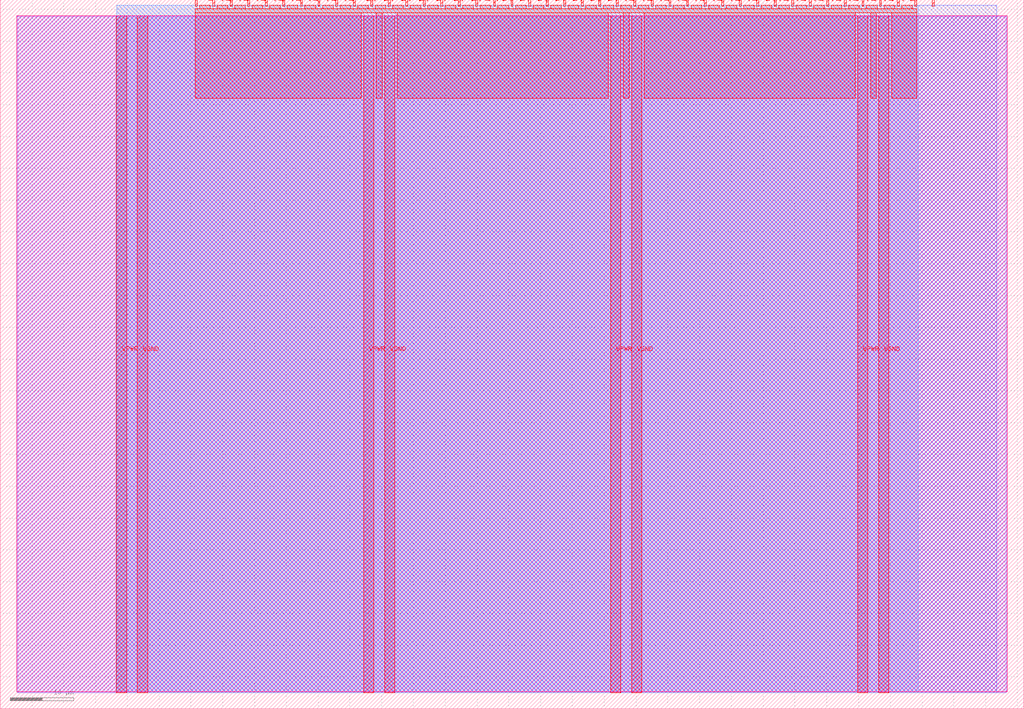
<source format=lef>
VERSION 5.7 ;
  NOWIREEXTENSIONATPIN ON ;
  DIVIDERCHAR "/" ;
  BUSBITCHARS "[]" ;
MACRO tt_um_AriaMitraGames
  CLASS BLOCK ;
  FOREIGN tt_um_AriaMitraGames ;
  ORIGIN 0.000 0.000 ;
  SIZE 161.000 BY 111.520 ;
  PIN VGND
    DIRECTION INOUT ;
    USE GROUND ;
    PORT
      LAYER met4 ;
        RECT 21.580 2.480 23.180 109.040 ;
    END
    PORT
      LAYER met4 ;
        RECT 60.450 2.480 62.050 109.040 ;
    END
    PORT
      LAYER met4 ;
        RECT 99.320 2.480 100.920 109.040 ;
    END
    PORT
      LAYER met4 ;
        RECT 138.190 2.480 139.790 109.040 ;
    END
  END VGND
  PIN VPWR
    DIRECTION INOUT ;
    USE POWER ;
    PORT
      LAYER met4 ;
        RECT 18.280 2.480 19.880 109.040 ;
    END
    PORT
      LAYER met4 ;
        RECT 57.150 2.480 58.750 109.040 ;
    END
    PORT
      LAYER met4 ;
        RECT 96.020 2.480 97.620 109.040 ;
    END
    PORT
      LAYER met4 ;
        RECT 134.890 2.480 136.490 109.040 ;
    END
  END VPWR
  PIN clk
    DIRECTION INPUT ;
    USE SIGNAL ;
    ANTENNAGATEAREA 0.852000 ;
    PORT
      LAYER met4 ;
        RECT 143.830 110.520 144.130 111.520 ;
    END
  END clk
  PIN ena
    DIRECTION INPUT ;
    USE SIGNAL ;
    PORT
      LAYER met4 ;
        RECT 146.590 110.520 146.890 111.520 ;
    END
  END ena
  PIN rst_n
    DIRECTION INPUT ;
    USE SIGNAL ;
    ANTENNAGATEAREA 0.196500 ;
    PORT
      LAYER met4 ;
        RECT 141.070 110.520 141.370 111.520 ;
    END
  END rst_n
  PIN ui_in[0]
    DIRECTION INPUT ;
    USE SIGNAL ;
    ANTENNAGATEAREA 0.126000 ;
    PORT
      LAYER met4 ;
        RECT 138.310 110.520 138.610 111.520 ;
    END
  END ui_in[0]
  PIN ui_in[1]
    DIRECTION INPUT ;
    USE SIGNAL ;
    ANTENNAGATEAREA 0.196500 ;
    PORT
      LAYER met4 ;
        RECT 135.550 110.520 135.850 111.520 ;
    END
  END ui_in[1]
  PIN ui_in[2]
    DIRECTION INPUT ;
    USE SIGNAL ;
    ANTENNAGATEAREA 0.196500 ;
    PORT
      LAYER met4 ;
        RECT 132.790 110.520 133.090 111.520 ;
    END
  END ui_in[2]
  PIN ui_in[3]
    DIRECTION INPUT ;
    USE SIGNAL ;
    ANTENNAGATEAREA 0.196500 ;
    PORT
      LAYER met4 ;
        RECT 130.030 110.520 130.330 111.520 ;
    END
  END ui_in[3]
  PIN ui_in[4]
    DIRECTION INPUT ;
    USE SIGNAL ;
    ANTENNAGATEAREA 0.196500 ;
    PORT
      LAYER met4 ;
        RECT 127.270 110.520 127.570 111.520 ;
    END
  END ui_in[4]
  PIN ui_in[5]
    DIRECTION INPUT ;
    USE SIGNAL ;
    ANTENNAGATEAREA 0.196500 ;
    PORT
      LAYER met4 ;
        RECT 124.510 110.520 124.810 111.520 ;
    END
  END ui_in[5]
  PIN ui_in[6]
    DIRECTION INPUT ;
    USE SIGNAL ;
    ANTENNAGATEAREA 0.196500 ;
    PORT
      LAYER met4 ;
        RECT 121.750 110.520 122.050 111.520 ;
    END
  END ui_in[6]
  PIN ui_in[7]
    DIRECTION INPUT ;
    USE SIGNAL ;
    ANTENNAGATEAREA 0.196500 ;
    PORT
      LAYER met4 ;
        RECT 118.990 110.520 119.290 111.520 ;
    END
  END ui_in[7]
  PIN uio_in[0]
    DIRECTION INPUT ;
    USE SIGNAL ;
    PORT
      LAYER met4 ;
        RECT 116.230 110.520 116.530 111.520 ;
    END
  END uio_in[0]
  PIN uio_in[1]
    DIRECTION INPUT ;
    USE SIGNAL ;
    PORT
      LAYER met4 ;
        RECT 113.470 110.520 113.770 111.520 ;
    END
  END uio_in[1]
  PIN uio_in[2]
    DIRECTION INPUT ;
    USE SIGNAL ;
    PORT
      LAYER met4 ;
        RECT 110.710 110.520 111.010 111.520 ;
    END
  END uio_in[2]
  PIN uio_in[3]
    DIRECTION INPUT ;
    USE SIGNAL ;
    PORT
      LAYER met4 ;
        RECT 107.950 110.520 108.250 111.520 ;
    END
  END uio_in[3]
  PIN uio_in[4]
    DIRECTION INPUT ;
    USE SIGNAL ;
    PORT
      LAYER met4 ;
        RECT 105.190 110.520 105.490 111.520 ;
    END
  END uio_in[4]
  PIN uio_in[5]
    DIRECTION INPUT ;
    USE SIGNAL ;
    PORT
      LAYER met4 ;
        RECT 102.430 110.520 102.730 111.520 ;
    END
  END uio_in[5]
  PIN uio_in[6]
    DIRECTION INPUT ;
    USE SIGNAL ;
    PORT
      LAYER met4 ;
        RECT 99.670 110.520 99.970 111.520 ;
    END
  END uio_in[6]
  PIN uio_in[7]
    DIRECTION INPUT ;
    USE SIGNAL ;
    PORT
      LAYER met4 ;
        RECT 96.910 110.520 97.210 111.520 ;
    END
  END uio_in[7]
  PIN uio_oe[0]
    DIRECTION OUTPUT ;
    USE SIGNAL ;
    PORT
      LAYER met4 ;
        RECT 49.990 110.520 50.290 111.520 ;
    END
  END uio_oe[0]
  PIN uio_oe[1]
    DIRECTION OUTPUT ;
    USE SIGNAL ;
    PORT
      LAYER met4 ;
        RECT 47.230 110.520 47.530 111.520 ;
    END
  END uio_oe[1]
  PIN uio_oe[2]
    DIRECTION OUTPUT ;
    USE SIGNAL ;
    PORT
      LAYER met4 ;
        RECT 44.470 110.520 44.770 111.520 ;
    END
  END uio_oe[2]
  PIN uio_oe[3]
    DIRECTION OUTPUT ;
    USE SIGNAL ;
    PORT
      LAYER met4 ;
        RECT 41.710 110.520 42.010 111.520 ;
    END
  END uio_oe[3]
  PIN uio_oe[4]
    DIRECTION OUTPUT ;
    USE SIGNAL ;
    PORT
      LAYER met4 ;
        RECT 38.950 110.520 39.250 111.520 ;
    END
  END uio_oe[4]
  PIN uio_oe[5]
    DIRECTION OUTPUT ;
    USE SIGNAL ;
    PORT
      LAYER met4 ;
        RECT 36.190 110.520 36.490 111.520 ;
    END
  END uio_oe[5]
  PIN uio_oe[6]
    DIRECTION OUTPUT ;
    USE SIGNAL ;
    PORT
      LAYER met4 ;
        RECT 33.430 110.520 33.730 111.520 ;
    END
  END uio_oe[6]
  PIN uio_oe[7]
    DIRECTION OUTPUT ;
    USE SIGNAL ;
    PORT
      LAYER met4 ;
        RECT 30.670 110.520 30.970 111.520 ;
    END
  END uio_oe[7]
  PIN uio_out[0]
    DIRECTION OUTPUT ;
    USE SIGNAL ;
    PORT
      LAYER met4 ;
        RECT 72.070 110.520 72.370 111.520 ;
    END
  END uio_out[0]
  PIN uio_out[1]
    DIRECTION OUTPUT ;
    USE SIGNAL ;
    PORT
      LAYER met4 ;
        RECT 69.310 110.520 69.610 111.520 ;
    END
  END uio_out[1]
  PIN uio_out[2]
    DIRECTION OUTPUT ;
    USE SIGNAL ;
    PORT
      LAYER met4 ;
        RECT 66.550 110.520 66.850 111.520 ;
    END
  END uio_out[2]
  PIN uio_out[3]
    DIRECTION OUTPUT ;
    USE SIGNAL ;
    PORT
      LAYER met4 ;
        RECT 63.790 110.520 64.090 111.520 ;
    END
  END uio_out[3]
  PIN uio_out[4]
    DIRECTION OUTPUT ;
    USE SIGNAL ;
    PORT
      LAYER met4 ;
        RECT 61.030 110.520 61.330 111.520 ;
    END
  END uio_out[4]
  PIN uio_out[5]
    DIRECTION OUTPUT ;
    USE SIGNAL ;
    PORT
      LAYER met4 ;
        RECT 58.270 110.520 58.570 111.520 ;
    END
  END uio_out[5]
  PIN uio_out[6]
    DIRECTION OUTPUT ;
    USE SIGNAL ;
    PORT
      LAYER met4 ;
        RECT 55.510 110.520 55.810 111.520 ;
    END
  END uio_out[6]
  PIN uio_out[7]
    DIRECTION OUTPUT ;
    USE SIGNAL ;
    PORT
      LAYER met4 ;
        RECT 52.750 110.520 53.050 111.520 ;
    END
  END uio_out[7]
  PIN uo_out[0]
    DIRECTION OUTPUT ;
    USE SIGNAL ;
    ANTENNADIFFAREA 0.643500 ;
    PORT
      LAYER met4 ;
        RECT 94.150 110.520 94.450 111.520 ;
    END
  END uo_out[0]
  PIN uo_out[1]
    DIRECTION OUTPUT ;
    USE SIGNAL ;
    ANTENNADIFFAREA 0.643500 ;
    PORT
      LAYER met4 ;
        RECT 91.390 110.520 91.690 111.520 ;
    END
  END uo_out[1]
  PIN uo_out[2]
    DIRECTION OUTPUT ;
    USE SIGNAL ;
    ANTENNADIFFAREA 0.445500 ;
    PORT
      LAYER met4 ;
        RECT 88.630 110.520 88.930 111.520 ;
    END
  END uo_out[2]
  PIN uo_out[3]
    DIRECTION OUTPUT ;
    USE SIGNAL ;
    ANTENNADIFFAREA 0.445500 ;
    PORT
      LAYER met4 ;
        RECT 85.870 110.520 86.170 111.520 ;
    END
  END uo_out[3]
  PIN uo_out[4]
    DIRECTION OUTPUT ;
    USE SIGNAL ;
    ANTENNADIFFAREA 0.445500 ;
    PORT
      LAYER met4 ;
        RECT 83.110 110.520 83.410 111.520 ;
    END
  END uo_out[4]
  PIN uo_out[5]
    DIRECTION OUTPUT ;
    USE SIGNAL ;
    ANTENNADIFFAREA 0.445500 ;
    PORT
      LAYER met4 ;
        RECT 80.350 110.520 80.650 111.520 ;
    END
  END uo_out[5]
  PIN uo_out[6]
    DIRECTION OUTPUT ;
    USE SIGNAL ;
    ANTENNADIFFAREA 0.445500 ;
    PORT
      LAYER met4 ;
        RECT 77.590 110.520 77.890 111.520 ;
    END
  END uo_out[6]
  PIN uo_out[7]
    DIRECTION OUTPUT ;
    USE SIGNAL ;
    PORT
      LAYER met4 ;
        RECT 74.830 110.520 75.130 111.520 ;
    END
  END uo_out[7]
  OBS
      LAYER nwell ;
        RECT 2.570 2.635 158.430 108.990 ;
      LAYER li1 ;
        RECT 2.760 2.635 158.240 108.885 ;
      LAYER met1 ;
        RECT 2.760 2.480 158.240 109.040 ;
      LAYER met2 ;
        RECT 18.310 2.535 156.760 110.685 ;
      LAYER met3 ;
        RECT 18.290 2.555 144.375 110.665 ;
      LAYER met4 ;
        RECT 31.370 110.120 33.030 110.665 ;
        RECT 34.130 110.120 35.790 110.665 ;
        RECT 36.890 110.120 38.550 110.665 ;
        RECT 39.650 110.120 41.310 110.665 ;
        RECT 42.410 110.120 44.070 110.665 ;
        RECT 45.170 110.120 46.830 110.665 ;
        RECT 47.930 110.120 49.590 110.665 ;
        RECT 50.690 110.120 52.350 110.665 ;
        RECT 53.450 110.120 55.110 110.665 ;
        RECT 56.210 110.120 57.870 110.665 ;
        RECT 58.970 110.120 60.630 110.665 ;
        RECT 61.730 110.120 63.390 110.665 ;
        RECT 64.490 110.120 66.150 110.665 ;
        RECT 67.250 110.120 68.910 110.665 ;
        RECT 70.010 110.120 71.670 110.665 ;
        RECT 72.770 110.120 74.430 110.665 ;
        RECT 75.530 110.120 77.190 110.665 ;
        RECT 78.290 110.120 79.950 110.665 ;
        RECT 81.050 110.120 82.710 110.665 ;
        RECT 83.810 110.120 85.470 110.665 ;
        RECT 86.570 110.120 88.230 110.665 ;
        RECT 89.330 110.120 90.990 110.665 ;
        RECT 92.090 110.120 93.750 110.665 ;
        RECT 94.850 110.120 96.510 110.665 ;
        RECT 97.610 110.120 99.270 110.665 ;
        RECT 100.370 110.120 102.030 110.665 ;
        RECT 103.130 110.120 104.790 110.665 ;
        RECT 105.890 110.120 107.550 110.665 ;
        RECT 108.650 110.120 110.310 110.665 ;
        RECT 111.410 110.120 113.070 110.665 ;
        RECT 114.170 110.120 115.830 110.665 ;
        RECT 116.930 110.120 118.590 110.665 ;
        RECT 119.690 110.120 121.350 110.665 ;
        RECT 122.450 110.120 124.110 110.665 ;
        RECT 125.210 110.120 126.870 110.665 ;
        RECT 127.970 110.120 129.630 110.665 ;
        RECT 130.730 110.120 132.390 110.665 ;
        RECT 133.490 110.120 135.150 110.665 ;
        RECT 136.250 110.120 137.910 110.665 ;
        RECT 139.010 110.120 140.670 110.665 ;
        RECT 141.770 110.120 143.430 110.665 ;
        RECT 30.655 109.440 144.145 110.120 ;
        RECT 30.655 96.055 56.750 109.440 ;
        RECT 59.150 96.055 60.050 109.440 ;
        RECT 62.450 96.055 95.620 109.440 ;
        RECT 98.020 96.055 98.920 109.440 ;
        RECT 101.320 96.055 134.490 109.440 ;
        RECT 136.890 96.055 137.790 109.440 ;
        RECT 140.190 96.055 144.145 109.440 ;
  END
END tt_um_AriaMitraGames
END LIBRARY


</source>
